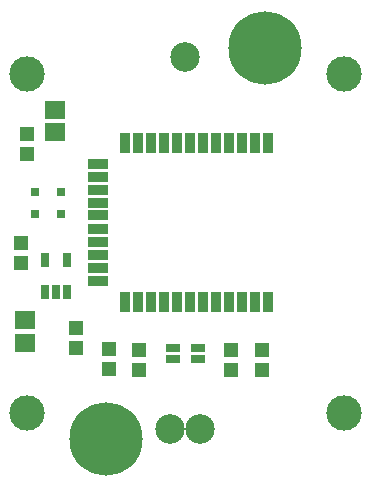
<source format=gbr>
G04 DipTrace 3.2.0.1*
G04 Íèæíÿÿìàñêà.gbr*
%MOMM*%
G04 #@! TF.FileFunction,Soldermask,Bot*
G04 #@! TF.Part,Single*
%ADD41R,0.9X1.7*%
%ADD43R,1.7X0.9*%
%ADD45R,0.8X1.3*%
%ADD51C,2.5*%
%ADD53R,1.2X0.8*%
%ADD55R,1.2X1.3*%
%ADD57C,6.2*%
%ADD59C,3.0*%
%ADD61R,0.8X0.8*%
%ADD63R,1.7X1.5*%
%FSLAX35Y35*%
G04*
G71*
G90*
G75*
G01*
G04 BotMask*
%LPD*%
D63*
X-1354667Y-842327D3*
Y-652327D3*
X-1106763Y941523D3*
Y1131523D3*
D61*
X-1052897Y244523D3*
X-1272897D3*
X-1056510Y430920D3*
X-1276510D3*
D59*
X1345000Y1435000D3*
D57*
X675000Y1655000D3*
X-675000Y-1655000D3*
D59*
X1345000Y-1435000D3*
X-1345000Y1435000D3*
Y-1435000D3*
D55*
X-643640Y-1063757D3*
Y-893757D3*
X-1343513Y925657D3*
Y755657D3*
X-390000Y-905000D3*
Y-1075000D3*
X-923040Y-888213D3*
Y-718213D3*
X390000Y-905000D3*
Y-1075000D3*
X650000Y-905000D3*
Y-1075000D3*
X-1388547Y4957D3*
Y-165043D3*
D53*
X-105000Y-980000D3*
X105000D3*
X-105000Y-890000D3*
X105000D3*
D51*
X0Y1575000D3*
X-127000Y-1575000D3*
X127000D3*
D45*
X-999717Y-412413D3*
X-1094717D3*
X-1189717D3*
Y-142413D3*
X-999717D3*
D43*
X-737957Y-319563D3*
Y-209563D3*
Y-99563D3*
Y10437D3*
Y120437D3*
Y235437D3*
Y340437D3*
Y450437D3*
Y560437D3*
Y670437D3*
D41*
X-512957Y850437D3*
X-402957D3*
X-292957D3*
X-182957D3*
X-72957D3*
X37043D3*
X147043D3*
X257043D3*
X367043D3*
X477043D3*
X587043D3*
X697043D3*
X-512957Y-499563D3*
X-402957D3*
X-292957D3*
X-182957D3*
X-72957D3*
X37043D3*
X147043D3*
X257043D3*
X367043D3*
X477043D3*
X587043D3*
X697043D3*
M02*

</source>
